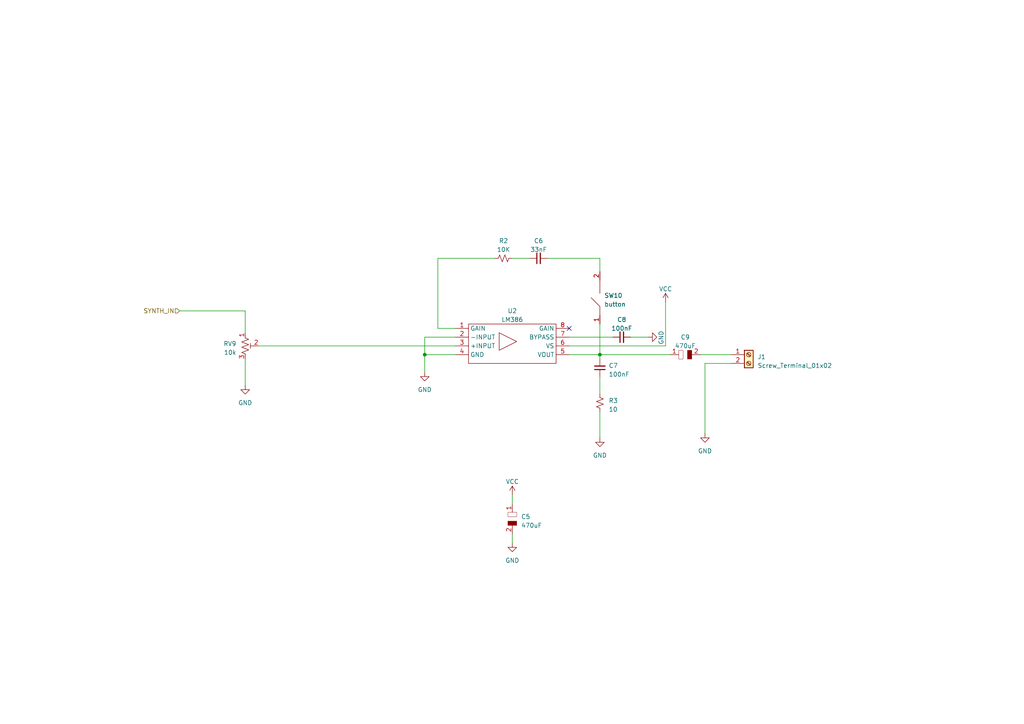
<source format=kicad_sch>
(kicad_sch (version 20210406) (generator eeschema)
  (paper "A4")
  (lib_symbols
    (symbol "Connector:Screw_Terminal_01x02" (pin_names (offset 1.016) hide)
      (property "Reference" "J" (at 0 2.54 0))
      (property "Value" "Screw_Terminal_01x02" (at 0 -5.08 0))
      (symbol "Screw_Terminal_01x02_1_1"
        (circle (center 0 -2.54) (radius 0.635) (stroke (width 0.1524)))
        (circle (center 0 0) (radius 0.635) (stroke (width 0.1524)))
        (rectangle (start -1.27 1.27) (end 1.27 -3.81) (stroke (width 0.254)) (fill (type background)))
        (polyline (pts (xy -0.5334 -2.2098) (xy 0.3302 -3.048)) (stroke (width 0.1524)))
        (polyline (pts (xy -0.5334 0.3302) (xy 0.3302 -0.508)) (stroke (width 0.1524)))
        (polyline (pts (xy -0.3556 -2.032) (xy 0.508 -2.8702)) (stroke (width 0.1524)))
        (polyline (pts (xy -0.3556 0.508) (xy 0.508 -0.3302)) (stroke (width 0.1524)))
        (pin passive line (at -5.08 0 0) (length 3.81) (name "Pin_1") (number "1"))
        (pin passive line (at -5.08 -2.54 0) (length 3.81) (name "Pin_2") (number "2"))
      )
    )
    (symbol "Device:C_Small" (pin_numbers hide) (pin_names (offset 0.254) hide)
      (property "Reference" "C" (at 0.254 1.778 0))
      (property "Value" "C_Small" (at 0.254 -2.032 0))
      (symbol "C_Small_0_1"
        (polyline (pts (xy -1.524 -0.508) (xy 1.524 -0.508)) (stroke (width 0.3302)))
        (polyline (pts (xy -1.524 0.508) (xy 1.524 0.508)) (stroke (width 0.3048)))
      )
      (symbol "C_Small_1_1"
        (pin passive line (at 0 2.54 270) (length 2.032) (name "~") (number "1"))
        (pin passive line (at 0 -2.54 90) (length 2.032) (name "~") (number "2"))
      )
    )
    (symbol "Device:R_Potentiometer_Trim_US" (pin_names (offset 1.016) hide)
      (property "Reference" "RV" (at -4.445 0 90))
      (property "Value" "R_Potentiometer_Trim_US" (at -2.54 0 90))
      (symbol "R_Potentiometer_Trim_US_0_1"
        (polyline (pts (xy 0 -2.286) (xy 0 -2.54)))
        (polyline (pts (xy 0 2.286) (xy 0 2.54)))
        (polyline (pts (xy 1.524 0.762) (xy 1.524 -0.762)))
        (polyline (pts (xy 2.54 0) (xy 1.524 0)))
        (polyline (pts (xy 0 -0.762) (xy 1.016 -1.143) (xy 0 -1.524) (xy -1.016 -1.905) (xy 0 -2.286)))
        (polyline (pts (xy 0 0.762) (xy 1.016 0.381) (xy 0 0) (xy -1.016 -0.381) (xy 0 -0.762)))
        (polyline (pts (xy 0 2.286) (xy 1.016 1.905) (xy 0 1.524) (xy -1.016 1.143) (xy 0 0.762)))
      )
      (symbol "R_Potentiometer_Trim_US_1_1"
        (pin passive line (at 0 3.81 270) (length 1.27) (name "1") (number "1"))
        (pin passive line (at 3.81 0 180) (length 1.27) (name "2") (number "2"))
        (pin passive line (at 0 -3.81 90) (length 1.27) (name "3") (number "3"))
      )
    )
    (symbol "Device:R_Small_US" (pin_numbers hide) (pin_names (offset 0.254) hide)
      (property "Reference" "R" (at 0.762 0.508 0))
      (property "Value" "R_Small_US" (at 0.762 -1.016 0))
      (symbol "R_Small_US_1_1"
        (polyline (pts (xy 0 0) (xy 1.016 -0.381) (xy 0 -0.762) (xy -1.016 -1.143) (xy 0 -1.524)))
        (polyline (pts (xy 0 1.524) (xy 1.016 1.143) (xy 0 0.762) (xy -1.016 0.381) (xy 0 0)))
        (pin passive line (at 0 2.54 270) (length 1.016) (name "~") (number "1"))
        (pin passive line (at 0 -2.54 90) (length 1.016) (name "~") (number "2"))
      )
    )
    (symbol "Halfgelijders:LM386"
      (property "Reference" "U" (at 3.81 -5.08 0))
      (property "Value" "LM386" (at 10.16 3.81 0))
      (symbol "LM386_0_1"
        (rectangle (start -2.54 5.08) (end 22.86 -6.35) (stroke (width 0.1524)))
        (polyline (pts (xy 6.35 2.54) (xy 6.35 -2.54) (xy 11.43 0) (xy 6.35 2.54)) (stroke (width 0.1524)))
      )
      (symbol "LM386_1_1"
        (pin unspecified line (at -6.35 3.81 0) (length 3.81) (name "GAIN") (number "1"))
        (pin input line (at -6.35 1.27 0) (length 3.81) (name "-INPUT") (number "2"))
        (pin input line (at -6.35 -1.27 0) (length 3.81) (name "+INPUT") (number "3"))
        (pin power_out line (at -6.35 -3.81 0) (length 3.81) (name "GND") (number "4"))
        (pin output line (at 26.67 -3.81 180) (length 3.81) (name "VOUT") (number "5"))
        (pin power_in line (at 26.67 -1.27 180) (length 3.81) (name "VS") (number "6"))
        (pin output line (at 26.67 1.27 180) (length 3.81) (name "BYPASS") (number "7"))
        (pin unspecified line (at 26.67 3.81 180) (length 3.81) (name "GAIN") (number "8"))
      )
    )
    (symbol "power:GND" (power) (pin_names (offset 0))
      (property "Value" "GND" (at 0 -3.81 0))
      (symbol "GND_0_1"
        (polyline (pts (xy 0 0) (xy 0 -1.27) (xy 1.27 -1.27) (xy 0 -2.54) (xy -1.27 -1.27) (xy 0 -1.27)))
      )
      (symbol "GND_1_1"
        (pin power_in line (at 0 0 270) (length 0) hide (name "GND") (number "1"))
      )
    )
    (symbol "power:VCC" (power) (pin_names (offset 0))
      (property "Value" "VCC" (at 0 3.81 0))
      (symbol "VCC_0_1"
        (polyline (pts (xy -0.762 1.27) (xy 0 2.54)))
        (polyline (pts (xy 0 0) (xy 0 2.54)))
        (polyline (pts (xy 0 2.54) (xy 0.762 1.27)))
      )
      (symbol "VCC_1_1"
        (pin power_in line (at 0 0 90) (length 0) hide (name "VCC") (number "1"))
      )
    )
    (symbol "vanalles:button" (pin_names (offset 1.016))
      (property "Reference" "SW" (at 5.08 -3.81 0))
      (property "Value" "button" (at 5.08 -1.27 0))
      (symbol "button_0_1"
        (rectangle (start 6.35 0) (end 10.16 0))
        (polyline (pts (xy 0 0) (xy 2.54 0) (xy 5.08 2.54)))
      )
      (symbol "button_1_1"
        (pin unspecified line (at -2.54 0 0) (length 2.54) (name "~") (number "1"))
        (pin unspecified line (at 12.7 0 180) (length 2.54) (name "~") (number "2"))
      )
    )
    (symbol "vanalles:cap_pol"
      (property "Reference" "C" (at 0 6.35 0))
      (property "Value" "cap_pol" (at 0 3.81 0))
      (symbol "cap_pol_0_1"
        (polyline (pts (xy 0 1.27) (xy 1.27 1.27) (xy 1.27 -1.27) (xy 0 -1.27) (xy 0 1.27)) (stroke (width 0.0006)))
        (polyline (pts (xy 2.54 1.27) (xy 3.81 1.27) (xy 3.81 0) (xy 3.81 -1.27) (xy 2.54 -1.27) (xy 2.54 1.27)) (stroke (width 0.001)) (fill (type outline)))
      )
      (symbol "cap_pol_1_1"
        (pin input line (at -2.54 0 0) (length 2.54) (name "") (number "1"))
        (pin input line (at 6.35 0 180) (length 2.54) (name "") (number "2"))
      )
    )
  )
  (junction (at 123.19 102.87) (diameter 0.9144))
  (junction (at 173.99 102.87) (diameter 0.9144))
  (no_connect (at 165.1 95.25))
  (wire (pts (xy 52.07 90.17) (xy 71.12 90.17)))
  (wire (pts (xy 71.12 96.52) (xy 71.12 90.17)))
  (wire (pts (xy 71.12 104.14) (xy 71.12 111.76)))
  (wire (pts (xy 74.93 100.33) (xy 132.08 100.33)))
  (wire (pts (xy 123.19 97.79) (xy 123.19 102.87)))
  (wire (pts (xy 123.19 102.87) (xy 123.19 107.95)))
  (wire (pts (xy 123.19 102.87) (xy 132.08 102.87)))
  (wire (pts (xy 127 74.93) (xy 127 95.25)))
  (wire (pts (xy 127 74.93) (xy 143.51 74.93)))
  (wire (pts (xy 127 95.25) (xy 132.08 95.25)))
  (wire (pts (xy 132.08 97.79) (xy 123.19 97.79)))
  (wire (pts (xy 148.59 143.51) (xy 148.59 146.05)))
  (wire (pts (xy 148.59 154.94) (xy 148.59 157.48)))
  (wire (pts (xy 153.67 74.93) (xy 148.59 74.93)))
  (wire (pts (xy 165.1 97.79) (xy 177.8 97.79)))
  (wire (pts (xy 165.1 100.33) (xy 193.04 100.33)))
  (wire (pts (xy 165.1 102.87) (xy 173.99 102.87)))
  (wire (pts (xy 173.99 74.93) (xy 158.75 74.93)))
  (wire (pts (xy 173.99 78.74) (xy 173.99 74.93)))
  (wire (pts (xy 173.99 93.98) (xy 173.99 102.87)))
  (wire (pts (xy 173.99 102.87) (xy 173.99 104.14)))
  (wire (pts (xy 173.99 102.87) (xy 194.31 102.87)))
  (wire (pts (xy 173.99 109.22) (xy 173.99 114.3)))
  (wire (pts (xy 173.99 119.38) (xy 173.99 127)))
  (wire (pts (xy 182.88 97.79) (xy 187.96 97.79)))
  (wire (pts (xy 193.04 87.63) (xy 193.04 100.33)))
  (wire (pts (xy 203.2 102.87) (xy 212.09 102.87)))
  (wire (pts (xy 204.47 105.41) (xy 204.47 125.73)))
  (wire (pts (xy 212.09 105.41) (xy 204.47 105.41)))
  (hierarchical_label "SYNTH_IN" (shape input) (at 52.07 90.17 180))
  (symbol (lib_id "power:VCC") (at 148.59 143.51 0) (unit 1)
    (property "Reference" "#PWR0108" (effects hide))
    (property "Value" "VCC" (at 148.59 139.7 0))
  )
  (symbol (lib_id "power:VCC") (at 193.04 87.63 0) (unit 1)
    (property "Reference" "#PWR0105" (effects hide))
    (property "Value" "VCC" (at 193.04 83.82 0))
  )
  (symbol (lib_id "power:GND") (at 71.12 111.76 0) (unit 1)
    (property "Reference" "#PWR0109" (effects hide))
    (property "Value" "GND" (at 71.12 116.84 0))
  )
  (symbol (lib_id "power:GND") (at 123.19 107.95 0) (unit 1)
    (property "Reference" "#PWR0110" (effects hide))
    (property "Value" "GND" (at 123.19 113.03 0))
  )
  (symbol (lib_id "power:GND") (at 148.59 157.48 0) (unit 1)
    (property "Reference" "#PWR0107" (effects hide))
    (property "Value" "GND" (at 148.59 162.56 0))
  )
  (symbol (lib_id "power:GND") (at 173.99 127 0) (unit 1)
    (property "Reference" "#PWR0104" (effects hide))
    (property "Value" "GND" (at 173.99 132.08 0))
  )
  (symbol (lib_id "power:GND") (at 187.96 97.79 90) (unit 1)
    (property "Reference" "#PWR0106" (effects hide))
    (property "Value" "GND" (at 191.77 95.8849 0) (effects (justify right)))
  )
  (symbol (lib_id "power:GND") (at 204.47 125.73 0) (unit 1)
    (property "Reference" "#PWR0103" (effects hide))
    (property "Value" "GND" (at 204.47 130.81 0))
  )
  (symbol (lib_id "Device:R_Small_US") (at 146.05 74.93 270) (unit 1)
    (property "Reference" "R2" (at 146.05 69.85 90))
    (property "Value" "10K" (at 146.05 72.39 90))
    (property "Footprint" "vanalles:0603RL" (effects hide))
  )
  (symbol (lib_id "Device:R_Small_US") (at 173.99 116.84 0) (unit 1)
    (property "Reference" "R3" (at 176.53 116.2049 0) (effects (justify left)))
    (property "Value" "10" (at 176.53 118.7449 0) (effects (justify left)))
    (property "Footprint" "vanalles:0603RL" (effects hide))
  )
  (symbol (lib_id "Device:C_Small") (at 156.21 74.93 90) (unit 1)
    (property "Reference" "C6" (at 156.21 69.85 90))
    (property "Value" "33nF" (at 156.21 72.39 90))
    (property "Footprint" "vanalles:0603" (effects hide))
  )
  (symbol (lib_id "Device:C_Small") (at 173.99 106.68 180) (unit 1)
    (property "Reference" "C7" (at 176.53 106.0449 0) (effects (justify right)))
    (property "Value" "100nF" (at 176.53 108.5849 0) (effects (justify right)))
    (property "Footprint" "vanalles:0603" (effects hide))
  )
  (symbol (lib_id "Device:C_Small") (at 180.34 97.79 90) (unit 1)
    (property "Reference" "C8" (at 180.34 92.71 90))
    (property "Value" "100nF" (at 180.34 95.25 90))
    (property "Footprint" "vanalles:0603" (effects hide))
  )
  (symbol (lib_id "vanalles:cap_pol") (at 148.59 148.59 270) (unit 1)
    (property "Reference" "C5" (at 151.13 149.8599 90) (effects (justify left)))
    (property "Value" "470uF" (at 151.13 152.3999 90) (effects (justify left)))
    (property "Footprint" "vanalles:CAPAE1030X1050D1200L350X90N" (effects hide))
  )
  (symbol (lib_id "vanalles:cap_pol") (at 196.85 102.87 0) (unit 1)
    (property "Reference" "C9" (at 198.755 97.79 0))
    (property "Value" "470uF" (at 198.755 100.33 0))
    (property "Footprint" "vanalles:CAPAE1030X1050D1200L350X90N" (effects hide))
  )
  (symbol (lib_id "Connector:Screw_Terminal_01x02") (at 217.17 102.87 0) (unit 1)
    (property "Reference" "J1" (at 219.71 103.5049 0) (effects (justify left)))
    (property "Value" "Screw_Terminal_01x02" (at 219.71 106.0449 0) (effects (justify left)))
    (property "Footprint" "connectors_user:2pin_screw_vast" (effects hide))
  )
  (symbol (lib_id "Device:R_Potentiometer_Trim_US") (at 71.12 100.33 0) (unit 1)
    (property "Reference" "RV9" (at 68.58 99.6949 0) (effects (justify right)))
    (property "Value" "10k" (at 68.58 102.2349 0) (effects (justify right)))
    (property "Footprint" "vanalles:BOURNS_3214X-1-104E" (effects hide))
  )
  (symbol (lib_id "vanalles:button") (at 173.99 91.44 90) (unit 1)
    (property "Reference" "SW10" (at 175.26 85.7249 90) (effects (justify right)))
    (property "Value" "button" (at 175.26 88.2649 90) (effects (justify right)))
    (property "Footprint" "vanalles:SOFNG_TS-1187-1526" (effects hide))
  )
  (symbol (lib_id "Halfgelijders:LM386") (at 138.43 99.06 0) (unit 1)
    (property "Reference" "U2" (at 148.59 90.17 0))
    (property "Value" "LM386" (at 148.59 92.71 0))
    (property "Footprint" "halfgeleiders:lm386" (effects hide))
  )
)
</source>
